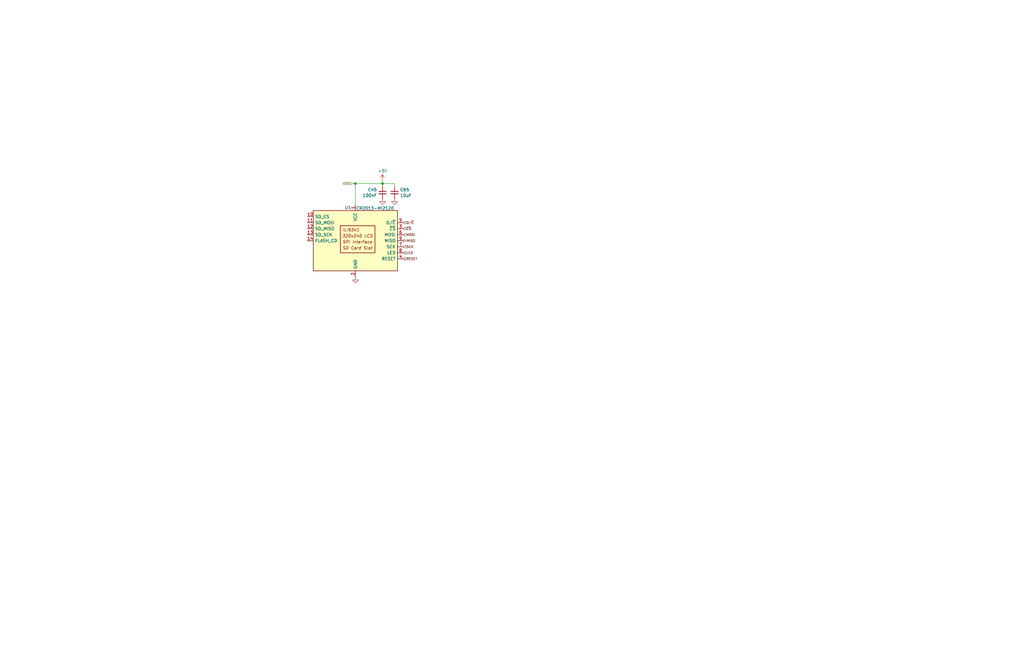
<source format=kicad_sch>
(kicad_sch (version 20250114) (generator "eeschema") (generator_version "9.0")
  (paper "B")
  (lib_symbols
    (symbol "Device:C_Small" (pin_numbers (hide yes)) (pin_names (offset 0.254) (hide yes))
      (property "Reference" "C" (at 0.254 1.778 0))
      (property "Value" "C_Small" (at 0.254 -2.032 0))
      (symbol "C_Small_0_1"
        (polyline (pts (xy -1.524 0.508) (xy 1.524 0.508)) (stroke (width 0.3048)))
        (polyline (pts (xy -1.524 -0.508) (xy 1.524 -0.508)) (stroke (width 0.3302)))
      )
      (symbol "C_Small_1_1"
        (pin passive line (at 0 2.54 270) (length 2.032) (name "~") (number "1"))
        (pin passive line (at 0 -2.54 90) (length 2.032) (name "~") (number "2"))
      )
    )
    (symbol "Driver_Display:CR2013-MI2120" (pin_names (offset 0.762))
      (property "Reference" "U" (at -17.526 13.97 0))
      (property "Value" "CR2013-MI2120" (at 1.905 13.97 0))
      (symbol "CR2013-MI2120_0_0"
        (text "ILI9341" (at -5.461 4.572 0) (effects (font (size 1.27 1.27) (italic yes)) (justify left)))
        (text "SPI Interface" (at -5.461 -0.508 0) (effects (font (size 1.27 1.27) (italic yes)) (justify left)))
        (text "SD Card Slot" (at -5.461 -3.048 0) (effects (font (size 1.27 1.27) (italic yes)) (justify left)))
        (text "320x240 LCD" (at 0.889 2.032 0) (effects (font (size 1.27 1.27) (italic yes))))
      )
      (symbol "CR2013-MI2120_0_1"
        (rectangle (start -17.78 12.7) (end 17.78 -12.7) (stroke (width 0.254)) (fill (type background)))
        (rectangle (start -6.35 6.35) (end 8.255 -5.08) (stroke (width 0.254)))
      )
      (symbol "CR2013-MI2120_1_1"
        (pin input line (at -20.32 10.16 0) (length 2.54) (name "SD_CS") (number "10"))
        (pin input line (at -20.32 7.62 0) (length 2.54) (name "SD_MOSI") (number "11"))
        (pin output line (at -20.32 5.08 0) (length 2.54) (name "SD_MISO") (number "12"))
        (pin input line (at -20.32 2.54 0) (length 2.54) (name "SD_SCK") (number "13"))
        (pin input line (at -20.32 0 0) (length 2.54) (name "FLASH_CD") (number "14"))
        (pin power_in line (at 0 15.24 270) (length 2.54) (name "VCC") (number "1"))
        (pin power_in line (at 0 -15.24 90) (length 2.54) (name "GND") (number "2"))
        (pin input line (at 20.32 7.62 180) (length 2.54) (name "D/~{C}") (number "5"))
        (pin input line (at 20.32 5.08 180) (length 2.54) (name "~{CS}") (number "3"))
        (pin input line (at 20.32 2.54 180) (length 2.54) (name "MOSI") (number "6"))
        (pin output line (at 20.32 0 180) (length 2.54) (name "MISO") (number "9"))
        (pin input line (at 20.32 -2.54 180) (length 2.54) (name "SCK") (number "7"))
        (pin input line (at 20.32 -5.08 180) (length 2.54) (name "LED") (number "8"))
        (pin input line (at 20.32 -7.62 180) (length 2.54) (name "RESET") (number "4"))
      )
    )
    (symbol "power:+5V" (power) (pin_numbers (hide yes)) (pin_names (offset 0) (hide yes))
      (property "Value" "+5V" (at 0 3.556 0))
      (symbol "+5V_0_1"
        (polyline (pts (xy -0.762 1.27) (xy 0 2.54)))
        (polyline (pts (xy 0 2.54) (xy 0.762 1.27)))
        (polyline (pts (xy 0 0) (xy 0 2.54)))
      )
      (symbol "+5V_1_1"
        (pin power_in line (at 0 0 90) (length 0) (name "~") (number "1"))
      )
    )
    (symbol "power:GND" (power) (pin_numbers (hide yes)) (pin_names (offset 0) (hide yes))
      (property "Value" "GND" (at 0 -3.81 0))
      (symbol "GND_0_1"
        (polyline (pts (xy 0 0) (xy 0 -1.27) (xy 1.27 -1.27) (xy 0 -2.54) (xy -1.27 -1.27) (xy 0 -1.27)))
      )
      (symbol "GND_1_1"
        (pin power_in line (at 0 0 270) (length 0) (name "~") (number "1"))
      )
    )
  )
  (junction (at 149.86 77.47))
  (junction (at 161.29 77.47))
  (wire (pts (xy 149.86 86.36) (xy 149.86 77.47)))
  (wire (pts (xy 166.37 77.47) (xy 161.29 77.47)))
  (wire (pts (xy 166.37 78.74) (xy 166.37 77.47)))
  (wire (pts (xy 161.29 77.47) (xy 161.29 78.74)))
  (wire (pts (xy 161.29 76.2) (xy 161.29 77.47)))
  (wire (pts (xy 149.86 77.47) (xy 161.29 77.47)))
  (wire (pts (xy 148.59 77.47) (xy 149.86 77.47)))
  (hierarchical_label "MOSI" (shape input) (at 170.18 99.06 0) (effects (font (size 1 1))))
  (hierarchical_label "RESET" (shape input) (at 170.18 109.22 0) (effects (font (size 1 1))))
  (hierarchical_label "VDD" (shape input) (at 148.59 77.47 180) (effects (font (size 1 1))))
  (hierarchical_label "D{slash}~{C}" (shape input) (at 170.18 93.98 0) (effects (font (size 1 1))))
  (hierarchical_label "MISO" (shape output) (at 170.18 101.6 0) (effects (font (size 1 1))))
  (hierarchical_label "SCK" (shape input) (at 170.18 104.14 0) (effects (font (size 1 1))))
  (hierarchical_label "LED" (shape input) (at 170.18 106.68 0) (effects (font (size 1 1))))
  (hierarchical_label "~{CS}" (shape input) (at 170.18 96.52 0) (effects (font (size 1 1))))
  (symbol (lib_id "Device:C_Small") (at 161.29 81.28 0) (mirror y) (unit 1)
    (property "Reference" "C?" (at 158.9659 80.0741 0) (effects (justify left)))
    (property "Value" "100nF" (at 158.9659 82.4984 0) (effects (justify left)))
    (property "Description" "Unpolarized capacitor, small symbol" (effects (hide yes)))
    (instances (project "PilotAudioPanel" (path "" (reference "C45") (unit 1))) (project "Front IO Panel" (path "" (reference "C?") (unit 1))))
  )
  (symbol (lib_id "power:GND") (at 166.37 83.82 0) (unit 1)
    (property "Reference" "#PWR?" (effects (hide yes)))
    (property "Value" "GND" (effects (hide yes)))
    (property "Description" "Power symbol creates a global label with name \"GND\" , ground" (effects (hide yes)))
    (instances (project "PilotAudioPanel" (path "" (reference "#PWR0175") (unit 1))) (project "Front IO Panel" (path "" (reference "#PWR?") (unit 1))))
  )
  (symbol (lib_id "power:GND") (at 161.29 83.82 0) (unit 1)
    (property "Reference" "#PWR?" (effects (hide yes)))
    (property "Value" "GND" (effects (hide yes)))
    (property "Description" "Power symbol creates a global label with name \"GND\" , ground" (effects (hide yes)))
    (instances (project "PilotAudioPanel" (path "" (reference "#PWR0133") (unit 1))) (project "Front IO Panel" (path "" (reference "#PWR?") (unit 1))))
  )
  (symbol (lib_id "power:+5V") (at 161.29 76.2 0) (unit 1)
    (property "Reference" "#PWR?" (effects (hide yes)))
    (property "Value" "+5V" (at 161.29 72.0669 0))
    (property "Description" "Power symbol creates a global label with name \"+5V\"" (effects (hide yes)))
    (instances (project "PilotAudioPanel" (path "" (reference "#PWR0132") (unit 1))) (project "Front IO Panel" (path "" (reference "#PWR?") (unit 1))))
  )
  (symbol (lib_id "power:GND") (at 149.86 116.84 0) (unit 1)
    (property "Reference" "#PWR?" (effects (hide yes)))
    (property "Value" "GND" (effects (hide yes)))
    (property "Description" "Power symbol creates a global label with name \"GND\" , ground" (effects (hide yes)))
    (instances (project "PilotAudioPanel" (path "" (reference "#PWR0131") (unit 1))) (project "Front IO Panel" (path "" (reference "#PWR?") (unit 1))))
  )
  (symbol (lib_id "Driver_Display:CR2013-MI2120") (at 149.86 101.6 0) (unit 1)
    (property "Reference" "U?" (at 148.082 87.63 0) (effects (justify right)))
    (property "Value" "CR2013-MI2120" (at 150.114 87.884 0) (effects (justify left)))
    (property "Footprint" "Display:CR2013-MI2120" (effects (hide yes)))
    (property "Datasheet" "https://www.adafruit.com/product/1770" (effects (hide yes)))
    (property "Description" "ILI9341 controller, SPI TFT LCD Display, 9-pin breakout PCB, 4-pin SD card interface, 5V/3.3V" (effects (hide yes)))
    (instances (project "PilotAudioPanel" (path "" (reference "U1") (unit 1))) (project "Front IO Panel" (path "" (reference "U?") (unit 1))))
  )
  (symbol (lib_id "Device:C_Small") (at 166.37 81.28 0) (unit 1)
    (property "Reference" "C?" (at 168.6941 80.0741 0) (effects (justify left)))
    (property "Value" "10uF" (at 168.6941 82.4984 0) (effects (justify left)))
    (property "Description" "Unpolarized capacitor, small symbol" (effects (hide yes)))
    (instances (project "PilotAudioPanel" (path "" (reference "C65") (unit 1))) (project "Front IO Panel" (path "" (reference "C?") (unit 1))))
  )
)
</source>
